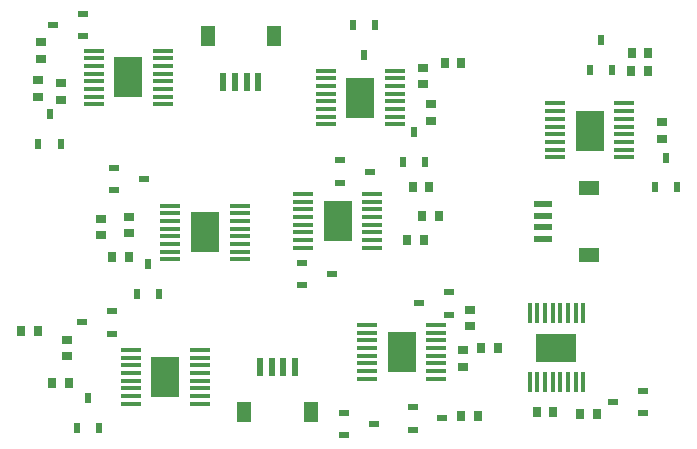
<source format=gtp>
G04 Layer: TopPasteMaskLayer*
G04 EasyEDA v6.5.48, 2025-03-06 20:53:55*
G04 c2aac520c91a4c19a6c498b25d38bc05,84066bfdb5964fb78f634a0d0c1972bb,10*
G04 Gerber Generator version 0.2*
G04 Scale: 100 percent, Rotated: No, Reflected: No *
G04 Dimensions in millimeters *
G04 leading zeros omitted , absolute positions ,4 integer and 5 decimal *
%FSLAX45Y45*%
%MOMM*%

%ADD10R,0.8000X0.9000*%
%ADD11R,0.9000X0.8000*%
%ADD12R,1.8034X0.4064*%
%ADD13R,2.4892X3.5052*%
%ADD14R,0.4064X1.8034*%
%ADD15R,3.5052X2.4892*%
%ADD16R,1.2000X1.8000*%
%ADD17R,0.6000X1.5500*%
%ADD18R,1.8000X1.2000*%
%ADD19R,1.5500X0.6000*%
%ADD20R,0.9700X0.5500*%
%ADD21R,0.5500X0.9700*%
%ADD22R,0.0107X0.9700*%

%LPD*%
D10*
G01*
X411479Y1200404D03*
G01*
X271475Y1200404D03*
G01*
X5580075Y3554679D03*
G01*
X5440070Y3554679D03*
D11*
G01*
X5695492Y2967761D03*
G01*
X5695492Y2827756D03*
D10*
G01*
X5437174Y3400272D03*
G01*
X5577179Y3400272D03*
D12*
G01*
X4792167Y3124479D03*
G01*
X5377179Y2669463D03*
G01*
X5377179Y2734462D03*
G01*
X5377179Y2799461D03*
G01*
X5377179Y2864459D03*
G01*
X5377179Y2929458D03*
G01*
X5377179Y2994456D03*
G01*
X5377179Y3059455D03*
G01*
X5377179Y3124479D03*
D13*
G01*
X5086146Y2895777D03*
D12*
G01*
X4792167Y3059455D03*
G01*
X4792167Y2994456D03*
G01*
X4792167Y2929458D03*
G01*
X4792167Y2864459D03*
G01*
X4792167Y2799461D03*
G01*
X4792167Y2734462D03*
G01*
X4792167Y2669463D03*
D10*
G01*
X4137659Y477926D03*
G01*
X3997655Y477926D03*
G01*
X4774438Y513232D03*
G01*
X4634458Y513232D03*
G01*
X5141747Y496722D03*
G01*
X5001742Y496722D03*
D14*
G01*
X5029276Y1348587D03*
G01*
X4574286Y763574D03*
G01*
X4639284Y763574D03*
G01*
X4704283Y763574D03*
G01*
X4769281Y763574D03*
G01*
X4834280Y763574D03*
G01*
X4899279Y763574D03*
G01*
X4964277Y763574D03*
G01*
X5029276Y763574D03*
D15*
G01*
X4800600Y1054607D03*
D14*
G01*
X4964277Y1348587D03*
G01*
X4899279Y1348587D03*
G01*
X4834280Y1348587D03*
G01*
X4769281Y1348587D03*
G01*
X4704283Y1348587D03*
G01*
X4639284Y1348587D03*
G01*
X4574286Y1348562D03*
D16*
G01*
X2720086Y508685D03*
G01*
X2160092Y508736D03*
D17*
G01*
X2490114Y896238D03*
G01*
X2590114Y896238D03*
G01*
X2290114Y896289D03*
G01*
X2390114Y896289D03*
D16*
G01*
X1848586Y3693871D03*
G01*
X2408580Y3693820D03*
D17*
G01*
X2078532Y3306318D03*
G01*
X1978558Y3306318D03*
G01*
X2278557Y3306267D03*
G01*
X2178558Y3306267D03*
D12*
G01*
X3200984Y1249375D03*
G01*
X3785971Y794385D03*
G01*
X3785971Y859383D03*
G01*
X3785971Y924382D03*
G01*
X3785971Y989380D03*
G01*
X3785971Y1054379D03*
G01*
X3785971Y1119378D03*
G01*
X3785971Y1184376D03*
G01*
X3785971Y1249375D03*
D13*
G01*
X3494938Y1020698D03*
D12*
G01*
X3200984Y1184376D03*
G01*
X3200984Y1119378D03*
G01*
X3200984Y1054379D03*
G01*
X3200984Y989380D03*
G01*
X3200984Y924382D03*
G01*
X3200984Y859383D03*
G01*
X3200984Y794385D03*
G01*
X1780895Y581990D03*
G01*
X1195882Y1036980D03*
G01*
X1195882Y971981D03*
G01*
X1195882Y906983D03*
G01*
X1195882Y841984D03*
G01*
X1195882Y776986D03*
G01*
X1195882Y711987D03*
G01*
X1195882Y646988D03*
G01*
X1195882Y581990D03*
D13*
G01*
X1486915Y810666D03*
D12*
G01*
X1780895Y646988D03*
G01*
X1780895Y711987D03*
G01*
X1780895Y776986D03*
G01*
X1780895Y841984D03*
G01*
X1780895Y906983D03*
G01*
X1780895Y971981D03*
G01*
X1780895Y1036980D03*
G01*
X2847568Y3403574D03*
G01*
X3432581Y2948559D03*
G01*
X3432581Y3013582D03*
G01*
X3432581Y3078581D03*
G01*
X3432581Y3143580D03*
G01*
X3432581Y3208578D03*
G01*
X3432581Y3273577D03*
G01*
X3432581Y3338576D03*
G01*
X3432581Y3403574D03*
D13*
G01*
X3141548Y3174898D03*
D12*
G01*
X2847568Y3338576D03*
G01*
X2847568Y3273577D03*
G01*
X2847568Y3208578D03*
G01*
X2847568Y3143580D03*
G01*
X2847568Y3078581D03*
G01*
X2847568Y3013582D03*
G01*
X2847593Y2948559D03*
G01*
X1467688Y3117164D03*
G01*
X882675Y3572179D03*
G01*
X882675Y3507181D03*
G01*
X882675Y3442182D03*
G01*
X882675Y3377158D03*
G01*
X882675Y3312160D03*
G01*
X882675Y3247161D03*
G01*
X882675Y3182162D03*
G01*
X882675Y3117164D03*
D13*
G01*
X1173708Y3345865D03*
D12*
G01*
X1467688Y3182162D03*
G01*
X1467688Y3247161D03*
G01*
X1467688Y3312160D03*
G01*
X1467688Y3377158D03*
G01*
X1467688Y3442182D03*
G01*
X1467688Y3507181D03*
G01*
X1467688Y3572179D03*
G01*
X2119172Y1804974D03*
G01*
X1534185Y2259964D03*
G01*
X1534185Y2194966D03*
G01*
X1534185Y2129967D03*
G01*
X1534185Y2064969D03*
G01*
X1534185Y1999970D03*
G01*
X1534185Y1934971D03*
G01*
X1534185Y1869973D03*
G01*
X1534185Y1804974D03*
D13*
G01*
X1825218Y2033651D03*
D12*
G01*
X2119172Y1869973D03*
G01*
X2119172Y1934971D03*
G01*
X2119172Y1999970D03*
G01*
X2119172Y2064969D03*
G01*
X2119172Y2129967D03*
G01*
X2119172Y2194966D03*
G01*
X2119172Y2259964D03*
G01*
X2659481Y2357373D03*
G01*
X3244494Y1902383D03*
G01*
X3244494Y1967382D03*
G01*
X3244494Y2032380D03*
G01*
X3244494Y2097379D03*
G01*
X3244494Y2162378D03*
G01*
X3244494Y2227376D03*
G01*
X3244494Y2292375D03*
G01*
X3244494Y2357373D03*
D13*
G01*
X2953461Y2128697D03*
D12*
G01*
X2659481Y2292375D03*
G01*
X2659481Y2227376D03*
G01*
X2659481Y2162378D03*
G01*
X2659481Y2097379D03*
G01*
X2659481Y2032380D03*
G01*
X2659481Y1967382D03*
G01*
X2659481Y1902383D03*
D11*
G01*
X4074083Y1378204D03*
G01*
X4074083Y1238199D03*
G01*
X4012463Y1033602D03*
G01*
X4012463Y893597D03*
D10*
G01*
X4166870Y1056208D03*
G01*
X4306874Y1056208D03*
G01*
X534771Y758317D03*
G01*
X674776Y758317D03*
D11*
G01*
X657783Y986307D03*
G01*
X657783Y1126312D03*
G01*
X3676192Y3425469D03*
G01*
X3676192Y3285464D03*
G01*
X3740277Y3119907D03*
G01*
X3740277Y2979902D03*
D10*
G01*
X3996867Y3469563D03*
G01*
X3856863Y3469563D03*
D11*
G01*
X603783Y3155797D03*
G01*
X603783Y3295802D03*
G01*
X435686Y3502913D03*
G01*
X435686Y3642893D03*
G01*
X414781Y3322802D03*
G01*
X414781Y3182797D03*
D10*
G01*
X1040485Y1828774D03*
G01*
X1180490Y1828774D03*
D11*
G01*
X1181582Y2027580D03*
G01*
X1181582Y2167585D03*
G01*
X946785Y2147773D03*
G01*
X946785Y2007768D03*
D10*
G01*
X3725087Y2413660D03*
G01*
X3585083Y2413660D03*
G01*
X3663772Y2171674D03*
G01*
X3803777Y2171674D03*
G01*
X3676777Y1968474D03*
G01*
X3536772Y1968474D03*
D18*
G01*
X5076774Y2405583D03*
G01*
X5076723Y1845563D03*
D19*
G01*
X4689220Y2175611D03*
G01*
X4689220Y2275611D03*
G01*
X4689170Y1975586D03*
G01*
X4689170Y2075586D03*
D20*
G01*
X5532907Y500253D03*
G01*
X5532907Y690245D03*
G01*
X5281066Y595248D03*
G01*
X3583838Y553872D03*
G01*
X3583838Y363880D03*
G01*
X3835679Y458876D03*
G01*
X3891305Y1336929D03*
G01*
X3891305Y1526920D03*
G01*
X3639464Y1431925D03*
G01*
X3001924Y507364D03*
G01*
X3001924Y317372D03*
G01*
X3253765Y412369D03*
D21*
G01*
X741400Y379018D03*
G01*
X931392Y379018D03*
G01*
X836396Y630859D03*
D20*
G01*
X1037742Y1175588D03*
G01*
X1037742Y1365580D03*
G01*
X785901Y1270584D03*
D21*
G01*
X5086070Y3407968D03*
G01*
X5276062Y3407968D03*
G01*
X5181066Y3659809D03*
G01*
X5632678Y2413939D03*
G01*
X5822670Y2413939D03*
G01*
X5727674Y2665780D03*
G01*
X3268472Y3786530D03*
G01*
X3078479Y3786530D03*
G01*
X3173475Y3534689D03*
G01*
X3498977Y2631363D03*
G01*
X3688968Y2631363D03*
G01*
X3593972Y2883204D03*
G01*
X415899Y2781655D03*
G01*
X605891Y2781655D03*
G01*
X510895Y3033496D03*
D20*
G01*
X795020Y3696106D03*
G01*
X795020Y3886098D03*
G01*
X543179Y3791102D03*
D21*
G01*
X1249146Y1513636D03*
G01*
X1439138Y1513636D03*
G01*
X1344142Y1765477D03*
D20*
G01*
X1057300Y2581529D03*
G01*
X1057300Y2391537D03*
G01*
X1309141Y2486532D03*
G01*
X2651226Y1773580D03*
G01*
X2651226Y1583588D03*
G01*
X2903067Y1678584D03*
G01*
X2970225Y2642666D03*
G01*
X2970225Y2452674D03*
G01*
X3222066Y2547670D03*
M02*

</source>
